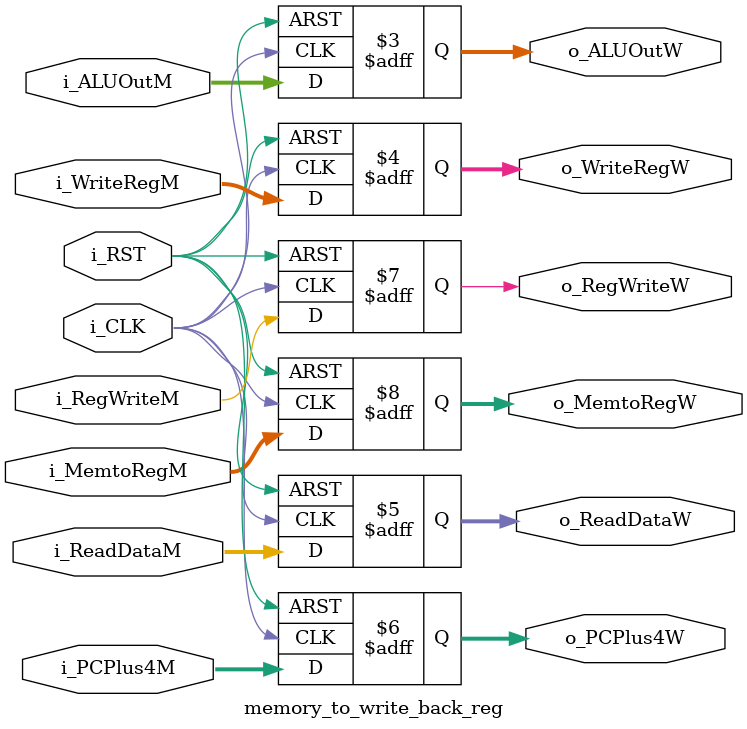
<source format=v>
module memory_to_write_back_reg #(
    parameter DATA_WIDTH = 32,  
    parameter ADDRESS_WIDTH = 32, // Defines the number of bits for the memory address
    parameter RF_ADDR_WIDTH = 5, 
    parameter INSTR_WIDTH = 32  // Defines the number of bits for the instruction
) (
    input   wire                       i_CLK,
    input   wire                       i_RST,
    input   wire  [DATA_WIDTH-1:0]     i_ALUOutM,
    input   wire  [RF_ADDR_WIDTH-1:0]  i_WriteRegM,
    input   wire  [DATA_WIDTH-1:0]     i_ReadDataM,
    input   wire  [ADDRESS_WIDTH-1:0]  i_PCPlus4M,
    output  reg   [DATA_WIDTH-1:0]     o_ALUOutW,
    output  reg   [RF_ADDR_WIDTH-1:0]  o_WriteRegW,
    output  reg   [DATA_WIDTH-1:0]     o_ReadDataW,
    output  reg   [ADDRESS_WIDTH-1:0]  o_PCPlus4W,
    // Control Signals
    input   wire                       i_RegWriteM,
    input   wire  [1:0]                i_MemtoRegM,
    output  reg                        o_RegWriteW,
    output  reg   [1:0]                o_MemtoRegW
);

    always @(posedge i_CLK or negedge i_RST) begin
        if (~i_RST) begin
            o_ALUOutW <= 'b0;
            o_WriteRegW <= 'b0;
            o_ReadDataW <= 'b0;
            o_RegWriteW <= 'b0;
            o_MemtoRegW <= 'b0;
            o_PCPlus4W  <= 'b0;
        end
        else begin
            o_ALUOutW <= i_ALUOutM;
            o_WriteRegW <= i_WriteRegM;
            o_ReadDataW <= i_ReadDataM;
            o_RegWriteW <= i_RegWriteM;
            o_MemtoRegW <= i_MemtoRegM;
            o_PCPlus4W <= i_PCPlus4M;
        end
    end
endmodule
</source>
